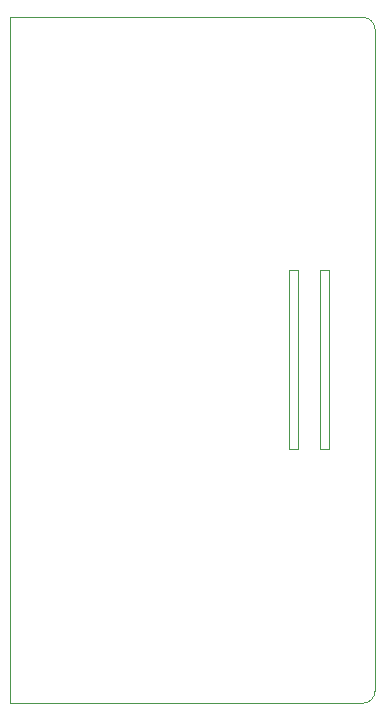
<source format=gm1>
G04 #@! TF.GenerationSoftware,KiCad,Pcbnew,7.0.8*
G04 #@! TF.CreationDate,2023-12-01T23:48:08-08:00*
G04 #@! TF.ProjectId,COMiX-Edge-Adapter-Slim,434f4d69-582d-4456-9467-652d41646170,rev?*
G04 #@! TF.SameCoordinates,Original*
G04 #@! TF.FileFunction,Profile,NP*
%FSLAX46Y46*%
G04 Gerber Fmt 4.6, Leading zero omitted, Abs format (unit mm)*
G04 Created by KiCad (PCBNEW 7.0.8) date 2023-12-01 23:48:08*
%MOMM*%
%LPD*%
G01*
G04 APERTURE LIST*
G04 #@! TA.AperFunction,Profile*
%ADD10C,0.100000*%
G04 #@! TD*
G04 APERTURE END LIST*
D10*
X226796600Y-125361700D02*
X226796600Y-110147100D01*
X225983800Y-110147100D02*
X226796600Y-110147100D01*
X225983800Y-125361700D02*
X226796600Y-125361700D01*
X225983800Y-110147100D02*
X225983800Y-125361700D01*
X228600000Y-110147100D02*
X229412800Y-110147100D01*
X229412800Y-125361700D02*
X229412800Y-110147100D01*
X228600000Y-125361700D02*
X229412800Y-125361700D01*
X228600000Y-110147100D02*
X228600000Y-125361700D01*
X233276493Y-145851800D02*
X233273600Y-89789000D01*
X202361800Y-146862800D02*
X232276493Y-146851800D01*
X232276493Y-146851793D02*
G75*
G03*
X233276493Y-145851800I7J999993D01*
G01*
X233273600Y-89789000D02*
G75*
G03*
X232273600Y-88789000I-1000000J0D01*
G01*
X202361800Y-88798400D02*
X232273600Y-88789000D01*
X202361800Y-88798400D02*
X202361800Y-146862800D01*
M02*

</source>
